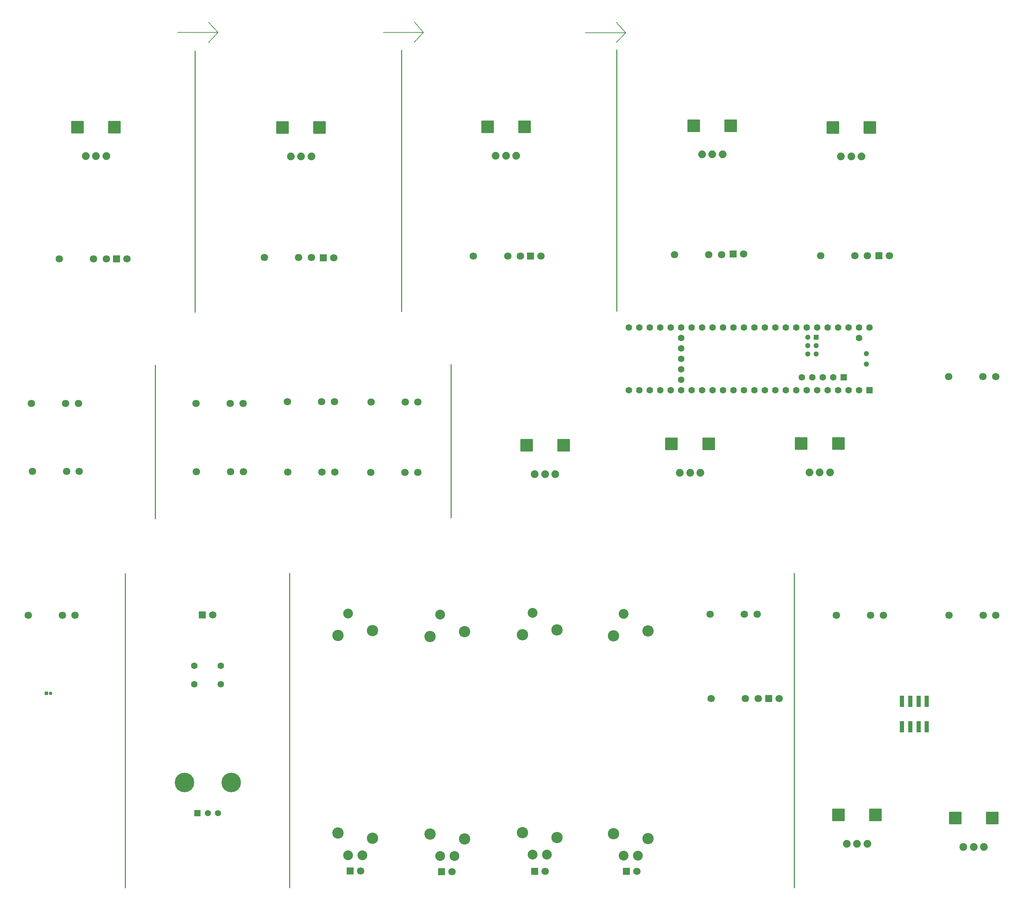
<source format=gbr>
%TF.GenerationSoftware,KiCad,Pcbnew,7.0.2-0*%
%TF.CreationDate,2023-11-13T20:51:25-05:00*%
%TF.ProjectId,Bridge System On Ramp,42726964-6765-4205-9379-7374656d204f,rev?*%
%TF.SameCoordinates,Original*%
%TF.FileFunction,Soldermask,Top*%
%TF.FilePolarity,Negative*%
%FSLAX46Y46*%
G04 Gerber Fmt 4.6, Leading zero omitted, Abs format (unit mm)*
G04 Created by KiCad (PCBNEW 7.0.2-0) date 2023-11-13 20:51:25*
%MOMM*%
%LPD*%
G01*
G04 APERTURE LIST*
G04 Aperture macros list*
%AMRoundRect*
0 Rectangle with rounded corners*
0 $1 Rounding radius*
0 $2 $3 $4 $5 $6 $7 $8 $9 X,Y pos of 4 corners*
0 Add a 4 corners polygon primitive as box body*
4,1,4,$2,$3,$4,$5,$6,$7,$8,$9,$2,$3,0*
0 Add four circle primitives for the rounded corners*
1,1,$1+$1,$2,$3*
1,1,$1+$1,$4,$5*
1,1,$1+$1,$6,$7*
1,1,$1+$1,$8,$9*
0 Add four rect primitives between the rounded corners*
20,1,$1+$1,$2,$3,$4,$5,0*
20,1,$1+$1,$4,$5,$6,$7,0*
20,1,$1+$1,$6,$7,$8,$9,0*
20,1,$1+$1,$8,$9,$2,$3,0*%
G04 Aperture macros list end*
%ADD10C,0.150000*%
%ADD11C,0.250000*%
%ADD12C,1.879600*%
%ADD13RoundRect,0.101600X-1.400000X1.400000X-1.400000X-1.400000X1.400000X-1.400000X1.400000X1.400000X0*%
%ADD14R,1.800000X1.800000*%
%ADD15C,1.800000*%
%ADD16C,2.387600*%
%ADD17C,2.743200*%
%ADD18R,1.500000X1.500000*%
%ADD19C,1.500000*%
%ADD20C,4.740000*%
%ADD21R,1.000000X2.750000*%
%ADD22R,0.850000X0.850000*%
%ADD23O,0.850000X0.850000*%
%ADD24C,1.600000*%
%ADD25R,1.600000X1.600000*%
%ADD26R,1.300000X1.300000*%
%ADD27C,1.300000*%
G04 APERTURE END LIST*
D10*
X137592932Y50109156D02*
X135347691Y47691204D01*
X28833651Y50127143D02*
X38620599Y50127143D01*
D11*
X33020000Y45720000D02*
X33020000Y-17780000D01*
X16116366Y-81280000D02*
X16116366Y-157715035D01*
X95180388Y-30480000D02*
X95180388Y-67803834D01*
D10*
X88530063Y50184714D02*
X86284822Y47766762D01*
X78743115Y50184714D02*
X88530063Y50184714D01*
D11*
X178532092Y-81255002D02*
X178532092Y-157690037D01*
D10*
X38620599Y50127143D02*
X36375358Y47709191D01*
X86284822Y52717807D02*
X88530063Y50184714D01*
D11*
X55977046Y-81255002D02*
X55977046Y-157690037D01*
X83138598Y45830511D02*
X83138598Y-17669489D01*
D10*
X135347691Y52642249D02*
X137592932Y50109156D01*
D11*
X135436052Y45934390D02*
X135436052Y-17565610D01*
D10*
X36375358Y52660236D02*
X38620599Y50127143D01*
X127805984Y50109156D02*
X137592932Y50109156D01*
D11*
X23419688Y-30661056D02*
X23419688Y-67984890D01*
D12*
%TO.C,LFOAmount1*%
X182224100Y-56760600D03*
X184724100Y-56760600D03*
X187224100Y-56760600D03*
D13*
X189224100Y-49760600D03*
X180224100Y-49760600D03*
%TD*%
D14*
%TO.C,LED_AttackIN1*%
X163701300Y-3687000D03*
D15*
X166241300Y-3687000D03*
%TD*%
D14*
%TO.C,LED_ShaperIN1*%
X64249200Y-4575200D03*
D15*
X66789200Y-4575200D03*
%TD*%
D14*
%TO.C,LED_SeqIN1*%
X172318700Y-111733400D03*
D15*
X174858700Y-111733400D03*
%TD*%
%TO.C,Mult_B_3*%
X87119700Y-56734500D03*
X84019700Y-56734500D03*
X75719700Y-56734500D03*
%TD*%
D12*
%TO.C,Shaper1*%
X56292300Y20054400D03*
X58792300Y20054400D03*
X61292300Y20054400D03*
D13*
X63292300Y27054400D03*
X54292300Y27054400D03*
%TD*%
D16*
%TO.C,TM4*%
X114969300Y-149644600D03*
X114969300Y-90904600D03*
D17*
X112519300Y-144294600D03*
X112519300Y-96254600D03*
X120919300Y-145494600D03*
X120919300Y-95054600D03*
D16*
X118469300Y-149644600D03*
%TD*%
D14*
%TO.C,Seq4LED1*%
X137758400Y-153737900D03*
D15*
X140298400Y-153737900D03*
%TD*%
%TO.C,Mult_A_1*%
X44716700Y-40017900D03*
X41616700Y-40017900D03*
X33316700Y-40017900D03*
%TD*%
D12*
%TO.C,Filter1*%
X106065800Y20213400D03*
X108565800Y20213400D03*
X111065800Y20213400D03*
D13*
X113065800Y27213400D03*
X104065800Y27213400D03*
%TD*%
D15*
%TO.C,Attack IN1*%
X160857500Y-3828200D03*
X157757500Y-3828200D03*
X149457500Y-3828200D03*
%TD*%
D16*
%TO.C,TM5*%
X137070000Y-149877100D03*
X137070000Y-91137100D03*
D17*
X134620000Y-144527100D03*
X134620000Y-96487100D03*
X143020000Y-145727100D03*
X143020000Y-95287100D03*
D16*
X140570000Y-149877100D03*
%TD*%
D15*
%TO.C,Mult_A_2*%
X66896700Y-39610200D03*
X63796700Y-39610200D03*
X55496700Y-39610200D03*
%TD*%
D16*
%TO.C,TM3*%
X92552500Y-150007700D03*
X92552500Y-91267700D03*
D17*
X90102500Y-144657700D03*
X90102500Y-96617700D03*
X98502500Y-145857700D03*
X98502500Y-95417700D03*
D16*
X96052500Y-150007700D03*
%TD*%
D14*
%TO.C,Seq2LED1*%
X92885000Y-153813900D03*
D15*
X95425000Y-153813900D03*
%TD*%
%TO.C,Output2*%
X227460000Y-91440000D03*
X224360000Y-91440000D03*
X216060000Y-91440000D03*
%TD*%
D12*
%TO.C,out1*%
X191271200Y-146983300D03*
X193771200Y-146983300D03*
X196271200Y-146983300D03*
D13*
X198271200Y-139983300D03*
X189271200Y-139983300D03*
%TD*%
D15*
%TO.C,Mult_A_3*%
X87189400Y-39632100D03*
X84089400Y-39632100D03*
X75789400Y-39632100D03*
%TD*%
%TO.C,seqIN1*%
X169775300Y-111677200D03*
X166675300Y-111677200D03*
X158375300Y-111677200D03*
%TD*%
%TO.C,LFO Out1*%
X227443200Y-33498800D03*
X224343200Y-33498800D03*
X216043200Y-33498800D03*
%TD*%
D14*
%TO.C,LED_DecayIN1*%
X199114300Y-4066700D03*
D15*
X201654300Y-4066700D03*
%TD*%
D12*
%TO.C,EnvDecay1*%
X189883400Y20021800D03*
X192383400Y20021800D03*
X194883400Y20021800D03*
D13*
X196883400Y27021800D03*
X187883400Y27021800D03*
%TD*%
D14*
%TO.C,Seq1LED1*%
X70717000Y-153647800D03*
D15*
X73257000Y-153647800D03*
%TD*%
%TO.C,Output1*%
X200143400Y-91504000D03*
X197043400Y-91504000D03*
X188743400Y-91504000D03*
%TD*%
D14*
%TO.C,Seq3LED1*%
X115495500Y-153737900D03*
D15*
X118035500Y-153737900D03*
%TD*%
%TO.C,Trig OUT1*%
X3940000Y-91440000D03*
X840000Y-91440000D03*
X-7460000Y-91440000D03*
%TD*%
%TO.C,LineIn_L1*%
X4751800Y-40043400D03*
X1651800Y-40043400D03*
X-6648200Y-40043400D03*
%TD*%
D12*
%TO.C,EnvAttack1*%
X156123600Y20498900D03*
X158623600Y20498900D03*
X161123600Y20498900D03*
D13*
X163123600Y27498900D03*
X154123600Y27498900D03*
%TD*%
D18*
%TO.C,U2*%
X33680000Y-139580000D03*
D19*
X38680000Y-139580000D03*
X36180000Y-139580000D03*
D20*
X30480000Y-132080000D03*
X41880000Y-132080000D03*
%TD*%
D12*
%TO.C,out2*%
X219583200Y-147766600D03*
X222083200Y-147766600D03*
X224583200Y-147766600D03*
D13*
X226583200Y-140766600D03*
X217583200Y-140766600D03*
%TD*%
D15*
%TO.C,LineIn_R1*%
X4962300Y-56496300D03*
X1862300Y-56496300D03*
X-6437700Y-56496300D03*
%TD*%
D12*
%TO.C,OscWaveform1*%
X6518800Y20150600D03*
X9018800Y20150600D03*
X11518800Y20150600D03*
D13*
X13518800Y27150600D03*
X4518800Y27150600D03*
%TD*%
D21*
%TO.C,J1*%
X204699700Y-112352900D03*
X204699700Y-118602900D03*
X206699700Y-112352900D03*
X206699700Y-118602900D03*
X208699700Y-112352900D03*
X208699700Y-118602900D03*
X210699700Y-112352900D03*
X210699700Y-118602900D03*
%TD*%
D15*
%TO.C,Mult_B_2*%
X66978300Y-56652900D03*
X63878300Y-56652900D03*
X55578300Y-56652900D03*
%TD*%
%TO.C,Seq OUT1*%
X169518400Y-91242700D03*
X166418400Y-91242700D03*
X158118400Y-91242700D03*
%TD*%
%TO.C,Waveform IN1*%
X11552900Y-4851400D03*
X8452900Y-4851400D03*
X152900Y-4851400D03*
%TD*%
%TO.C,Shaper IN1*%
X61326400Y-4543000D03*
X58226400Y-4543000D03*
X49926400Y-4543000D03*
%TD*%
D14*
%TO.C,LED_FilterIN1*%
X114515200Y-4199900D03*
D15*
X117055200Y-4199900D03*
%TD*%
%TO.C,Mult_B_1*%
X44798200Y-56616300D03*
X41698200Y-56616300D03*
X33398200Y-56616300D03*
%TD*%
D14*
%TO.C,LED_WaveformIN1*%
X14042000Y-4891400D03*
D15*
X16582000Y-4891400D03*
%TD*%
D16*
%TO.C,TM2*%
X70221500Y-149784400D03*
X70221500Y-91044400D03*
D17*
X67771500Y-144434400D03*
X67771500Y-96394400D03*
X76171500Y-145634400D03*
X76171500Y-95194400D03*
D16*
X73721500Y-149784400D03*
%TD*%
D15*
%TO.C,Filter IN1*%
X112054000Y-4215300D03*
X108954000Y-4215300D03*
X100654000Y-4215300D03*
%TD*%
%TO.C,Decay IN1*%
X196315000Y-4110700D03*
X193215000Y-4110700D03*
X184915000Y-4110700D03*
%TD*%
D14*
%TO.C,ClockLED1*%
X34846000Y-91403300D03*
D15*
X37386000Y-91403300D03*
%TD*%
D22*
%TO.C,Trigger1*%
X-2993300Y-110429500D03*
D23*
X-1993300Y-110429500D03*
%TD*%
D12*
%TO.C,LFOWave1*%
X115546900Y-57182000D03*
X118046900Y-57182000D03*
X120546900Y-57182000D03*
D13*
X122546900Y-50182000D03*
X113546900Y-50182000D03*
%TD*%
D24*
%TO.C,ClockPlay1*%
X39338700Y-108241700D03*
X32838700Y-108241700D03*
X39338700Y-103741700D03*
X32838700Y-103741700D03*
%TD*%
D12*
%TO.C,LFORate1*%
X150737900Y-56863900D03*
X153237900Y-56863900D03*
X155737900Y-56863900D03*
D13*
X157737900Y-49863900D03*
X148737900Y-49863900D03*
%TD*%
D25*
%TO.C,U1*%
X196799200Y-36741600D03*
D24*
X194259200Y-36741600D03*
X191719200Y-36741600D03*
X189179200Y-36741600D03*
X186639200Y-36741600D03*
X184099200Y-36741600D03*
X181559200Y-36741600D03*
X179019200Y-36741600D03*
X176479200Y-36741600D03*
X173939200Y-36741600D03*
X171399200Y-36741600D03*
X168859200Y-36741600D03*
X166319200Y-36741600D03*
X163779200Y-36741600D03*
X161239200Y-36741600D03*
X158699200Y-36741600D03*
X156159200Y-36741600D03*
X153619200Y-36741600D03*
X151079200Y-36741600D03*
X148539200Y-36741600D03*
X145999200Y-36741600D03*
X143459200Y-36741600D03*
X140919200Y-36741600D03*
X138379200Y-36741600D03*
X138379200Y-21501600D03*
X140919200Y-21501600D03*
X143459200Y-21501600D03*
X145999200Y-21501600D03*
X148539200Y-21501600D03*
X151079200Y-21501600D03*
X153619200Y-21501600D03*
X156159200Y-21501600D03*
X158699200Y-21501600D03*
X161239200Y-21501600D03*
X163779200Y-21501600D03*
X166319200Y-21501600D03*
X168859200Y-21501600D03*
X171399200Y-21501600D03*
X173939200Y-21501600D03*
X176479200Y-21501600D03*
X179019200Y-21501600D03*
X181559200Y-21501600D03*
X184099200Y-21501600D03*
X186639200Y-21501600D03*
X189179200Y-21501600D03*
X191719200Y-21501600D03*
X194259200Y-21501600D03*
X196799200Y-21501600D03*
X194259200Y-24041600D03*
X151079200Y-34201600D03*
X151079200Y-31661600D03*
X151079200Y-29121600D03*
X151079200Y-26581600D03*
X151079200Y-24041600D03*
D25*
X190500000Y-33690800D03*
D24*
X187960000Y-33690800D03*
X185420000Y-33690800D03*
X182880000Y-33690800D03*
X180340000Y-33690800D03*
D26*
X183829200Y-23940000D03*
D27*
X183829200Y-25940000D03*
X183829200Y-27940000D03*
X181829200Y-27940000D03*
X181829200Y-25940000D03*
X181829200Y-23940000D03*
X196069200Y-27851600D03*
X196069200Y-30391600D03*
%TD*%
M02*

</source>
